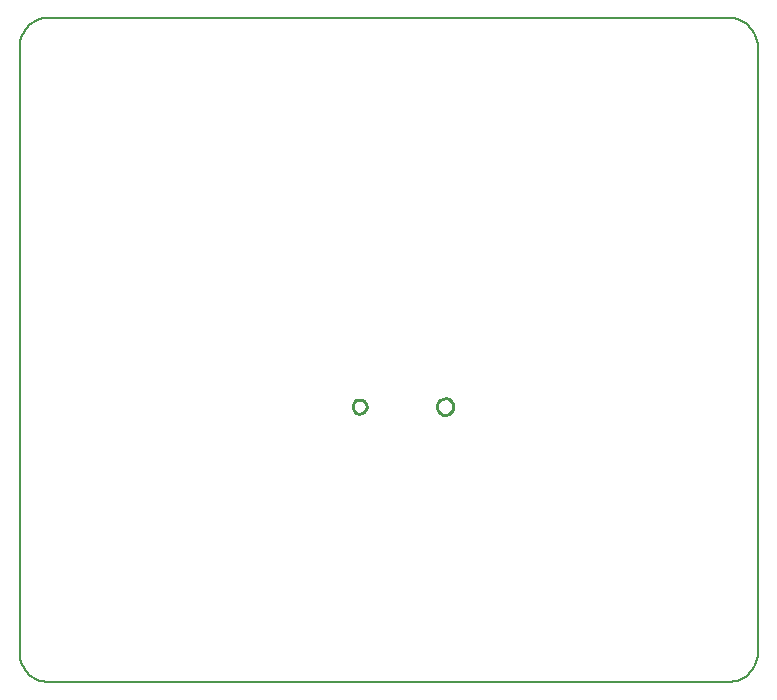
<source format=gko>
G04 Layer_Color=16711935*
%FSLAX25Y25*%
%MOIN*%
G70*
G01*
G75*
%ADD28C,0.01000*%
%ADD53C,0.00787*%
D28*
X439820Y264100D02*
X439634Y265096D01*
X439100Y265957D01*
X438292Y266567D01*
X437318Y266844D01*
X436310Y266751D01*
X435403Y266299D01*
X434721Y265551D01*
X434355Y264606D01*
Y263594D01*
X434721Y262649D01*
X435403Y261901D01*
X436310Y261449D01*
X437318Y261356D01*
X438292Y261633D01*
X439100Y262243D01*
X439634Y263104D01*
X439820Y264100D01*
X410883D02*
X410678Y265061D01*
X410101Y265856D01*
X409250Y266347D01*
X408274Y266449D01*
X407339Y266146D01*
X406609Y265489D01*
X406210Y264591D01*
Y263609D01*
X406609Y262712D01*
X407339Y262054D01*
X408274Y261751D01*
X409250Y261853D01*
X410101Y262345D01*
X410678Y263139D01*
X410883Y264100D01*
D53*
X305118Y393701D02*
X304089Y393647D01*
X303072Y393486D01*
X302077Y393219D01*
X301115Y392850D01*
X300197Y392382D01*
X299333Y391821D01*
X298532Y391173D01*
X297804Y390444D01*
X297155Y389644D01*
X296594Y388779D01*
X296127Y387862D01*
X295757Y386900D01*
X295491Y385905D01*
X295329Y384887D01*
X295276Y383858D01*
Y182087D02*
X295329Y181058D01*
X295491Y180040D01*
X295757Y179045D01*
X296127Y178083D01*
X296594Y177165D01*
X297155Y176301D01*
X297804Y175501D01*
X298532Y174772D01*
X299333Y174124D01*
X300197Y173563D01*
X301115Y173095D01*
X302077Y172726D01*
X303072Y172459D01*
X304089Y172298D01*
X305118Y172244D01*
X531496D02*
X532525Y172298D01*
X533542Y172459D01*
X534538Y172726D01*
X535499Y173095D01*
X536417Y173563D01*
X537281Y174124D01*
X538082Y174772D01*
X538810Y175501D01*
X539459Y176301D01*
X540020Y177165D01*
X540488Y178083D01*
X540857Y179045D01*
X541123Y180040D01*
X541285Y181058D01*
X541339Y182087D01*
Y383858D02*
X541285Y384887D01*
X541123Y385905D01*
X540857Y386900D01*
X540488Y387862D01*
X540020Y388779D01*
X539459Y389644D01*
X538810Y390444D01*
X538082Y391173D01*
X537281Y391821D01*
X536417Y392382D01*
X535499Y392850D01*
X534538Y393219D01*
X533542Y393486D01*
X532525Y393647D01*
X531496Y393701D01*
X295276Y182087D02*
Y383858D01*
X305118Y172244D02*
X531496D01*
X541339Y182087D02*
Y383858D01*
X305118Y393701D02*
X531496D01*
M02*

</source>
